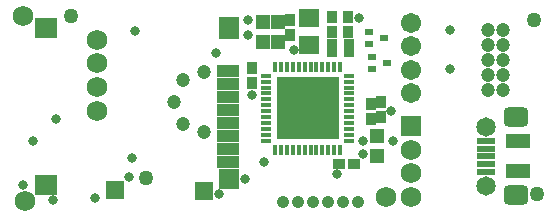
<source format=gts>
%FSLAX25Y25*%
%MOIN*%
G70*
G01*
G75*
G04 Layer_Color=8388736*
%ADD10R,0.02008X0.01575*%
%ADD11R,0.05315X0.01575*%
%ADD12R,0.07480X0.03937*%
%ADD13R,0.03937X0.04331*%
%ADD14R,0.05709X0.06299*%
%ADD15R,0.06693X0.05906*%
%ADD16R,0.05906X0.06693*%
%ADD17R,0.06614X0.03150*%
%ADD18R,0.05512X0.05079*%
%ADD19R,0.05118X0.05079*%
%ADD20R,0.03543X0.02756*%
%ADD21R,0.02756X0.03543*%
%ADD22R,0.05906X0.05118*%
%ADD23R,0.02953X0.05512*%
%ADD24O,0.00787X0.02756*%
%ADD25O,0.02756X0.00787*%
%ADD26R,0.20276X0.20276*%
%ADD27C,0.04000*%
%ADD28C,0.00800*%
%ADD29C,0.03347*%
%ADD30C,0.06000*%
%ADD31R,0.06000X0.06000*%
G04:AMPARAMS|DCode=32|XSize=59.06mil|YSize=74.8mil|CornerRadius=14.76mil|HoleSize=0mil|Usage=FLASHONLY|Rotation=270.000|XOffset=0mil|YOffset=0mil|HoleType=Round|Shape=RoundedRectangle|*
%AMROUNDEDRECTD32*
21,1,0.05906,0.04528,0,0,270.0*
21,1,0.02953,0.07480,0,0,270.0*
1,1,0.02953,-0.02264,-0.01476*
1,1,0.02953,-0.02264,0.01476*
1,1,0.02953,0.02264,0.01476*
1,1,0.02953,0.02264,-0.01476*
%
%ADD32ROUNDEDRECTD32*%
%ADD33C,0.05709*%
%ADD34C,0.05906*%
%ADD35C,0.03937*%
%ADD36C,0.02400*%
%ADD37C,0.04000*%
%ADD38C,0.06756*%
G04:AMPARAMS|DCode=39|XSize=87.559mil|YSize=87.559mil|CornerRadius=0mil|HoleSize=0mil|Usage=FLASHONLY|Rotation=0.000|XOffset=0mil|YOffset=0mil|HoleType=Round|Shape=Relief|Width=10mil|Gap=10mil|Entries=4|*
%AMTHD39*
7,0,0,0.08756,0.06756,0.01000,45*
%
%ADD39THD39*%
%ADD40C,0.07000*%
%ADD41C,0.07543*%
G04:AMPARAMS|DCode=42|XSize=95.433mil|YSize=95.433mil|CornerRadius=0mil|HoleSize=0mil|Usage=FLASHONLY|Rotation=0.000|XOffset=0mil|YOffset=0mil|HoleType=Round|Shape=Relief|Width=10mil|Gap=10mil|Entries=4|*
%AMTHD42*
7,0,0,0.09543,0.07543,0.01000,45*
%
%ADD42THD42*%
%ADD43O,0.09118X0.07150*%
%ADD44C,0.07347*%
%ADD45C,0.06559*%
%ADD46C,0.05969*%
G04:AMPARAMS|DCode=47|XSize=79.685mil|YSize=79.685mil|CornerRadius=0mil|HoleSize=0mil|Usage=FLASHONLY|Rotation=0.000|XOffset=0mil|YOffset=0mil|HoleType=Round|Shape=Relief|Width=10mil|Gap=10mil|Entries=4|*
%AMTHD47*
7,0,0,0.07969,0.05969,0.01000,45*
%
%ADD47THD47*%
G04:AMPARAMS|DCode=48|XSize=90mil|YSize=90mil|CornerRadius=0mil|HoleSize=0mil|Usage=FLASHONLY|Rotation=0.000|XOffset=0mil|YOffset=0mil|HoleType=Round|Shape=Relief|Width=10mil|Gap=10mil|Entries=4|*
%AMTHD48*
7,0,0,0.09000,0.07000,0.01000,45*
%
%ADD48THD48*%
%ADD49C,0.05200*%
G04:AMPARAMS|DCode=50|XSize=72mil|YSize=72mil|CornerRadius=0mil|HoleSize=0mil|Usage=FLASHONLY|Rotation=0.000|XOffset=0mil|YOffset=0mil|HoleType=Round|Shape=Relief|Width=10mil|Gap=10mil|Entries=4|*
%AMTHD50*
7,0,0,0.07200,0.05200,0.01000,45*
%
%ADD50THD50*%
%ADD51R,0.04331X0.03937*%
%ADD52R,0.03150X0.03150*%
%ADD53R,0.03543X0.08858*%
%ADD54R,0.03543X0.11024*%
%ADD55R,0.02559X0.00787*%
%ADD56R,0.00787X0.02559*%
G04:AMPARAMS|DCode=57|XSize=9.84mil|YSize=29.53mil|CornerRadius=2.46mil|HoleSize=0mil|Usage=FLASHONLY|Rotation=90.000|XOffset=0mil|YOffset=0mil|HoleType=Round|Shape=RoundedRectangle|*
%AMROUNDEDRECTD57*
21,1,0.00984,0.02461,0,0,90.0*
21,1,0.00492,0.02953,0,0,90.0*
1,1,0.00492,0.01230,0.00246*
1,1,0.00492,0.01230,-0.00246*
1,1,0.00492,-0.01230,-0.00246*
1,1,0.00492,-0.01230,0.00246*
%
%ADD57ROUNDEDRECTD57*%
G04:AMPARAMS|DCode=58|XSize=9.84mil|YSize=23.62mil|CornerRadius=2.46mil|HoleSize=0mil|Usage=FLASHONLY|Rotation=90.000|XOffset=0mil|YOffset=0mil|HoleType=Round|Shape=RoundedRectangle|*
%AMROUNDEDRECTD58*
21,1,0.00984,0.01870,0,0,90.0*
21,1,0.00492,0.02362,0,0,90.0*
1,1,0.00492,0.00935,0.00246*
1,1,0.00492,0.00935,-0.00246*
1,1,0.00492,-0.00935,-0.00246*
1,1,0.00492,-0.00935,0.00246*
%
%ADD58ROUNDEDRECTD58*%
%ADD59R,0.05000X0.04000*%
%ADD60R,0.02559X0.04331*%
%ADD61R,0.05512X0.08661*%
%ADD62R,0.05512X0.03543*%
%ADD63R,0.04000X0.05000*%
%ADD64R,0.05906X0.05512*%
%ADD65R,0.04331X0.02559*%
%ADD66C,0.02000*%
%ADD67C,0.01000*%
%ADD68C,0.01500*%
%ADD69C,0.00984*%
%ADD70C,0.00787*%
%ADD71C,0.00394*%
%ADD72R,0.06276X0.06276*%
%ADD73R,0.02808X0.02375*%
%ADD74R,0.06115X0.02375*%
%ADD75R,0.08280X0.04737*%
%ADD76R,0.04737X0.05131*%
%ADD77R,0.06509X0.07099*%
%ADD78R,0.07493X0.06706*%
%ADD79R,0.06706X0.07493*%
%ADD80R,0.07414X0.03950*%
%ADD81R,0.06312X0.05879*%
%ADD82R,0.05918X0.05879*%
%ADD83R,0.04343X0.03556*%
%ADD84R,0.03556X0.04343*%
%ADD85R,0.06706X0.05918*%
%ADD86R,0.03753X0.06312*%
%ADD87O,0.01587X0.03556*%
%ADD88O,0.03556X0.01587*%
%ADD89R,0.21076X0.21076*%
%ADD90C,0.05000*%
%ADD91C,0.04147*%
%ADD92C,0.06800*%
%ADD93R,0.06800X0.06800*%
G04:AMPARAMS|DCode=94|XSize=67.06mil|YSize=82.8mil|CornerRadius=18.76mil|HoleSize=0mil|Usage=FLASHONLY|Rotation=270.000|XOffset=0mil|YOffset=0mil|HoleType=Round|Shape=RoundedRectangle|*
%AMROUNDEDRECTD94*
21,1,0.06706,0.04528,0,0,270.0*
21,1,0.02953,0.08280,0,0,270.0*
1,1,0.03753,-0.02264,-0.01476*
1,1,0.03753,-0.02264,0.01476*
1,1,0.03753,0.02264,0.01476*
1,1,0.03753,0.02264,-0.01476*
%
%ADD94ROUNDEDRECTD94*%
%ADD95C,0.06509*%
%ADD96C,0.06706*%
%ADD97C,0.04737*%
%ADD98C,0.03200*%
D73*
X104359Y-7100D02*
D03*
X99241Y-9069D02*
D03*
Y-5131D02*
D03*
X100241Y-13632D02*
D03*
Y-17569D02*
D03*
X105359Y-15600D02*
D03*
D74*
X138182Y-51718D02*
D03*
Y-49159D02*
D03*
Y-46600D02*
D03*
Y-44041D02*
D03*
Y-41482D02*
D03*
D75*
X148812Y-51521D02*
D03*
Y-41679D02*
D03*
D76*
X68800Y-1753D02*
D03*
Y-8446D02*
D03*
X63800Y-8446D02*
D03*
Y-1753D02*
D03*
X101800Y-39753D02*
D03*
Y-46446D02*
D03*
D77*
X52694Y-54320D02*
D03*
D78*
X-8330Y-56289D02*
D03*
Y-3927D02*
D03*
D79*
X52694D02*
D03*
D80*
X52300Y-18100D02*
D03*
Y-22431D02*
D03*
Y-31092D02*
D03*
Y-26761D02*
D03*
Y-39753D02*
D03*
Y-35423D02*
D03*
Y-48415D02*
D03*
Y-44084D02*
D03*
D81*
X14505Y-57864D02*
D03*
D82*
X44426Y-58257D02*
D03*
D83*
X89241Y-49100D02*
D03*
X94359D02*
D03*
D84*
X60300Y-17041D02*
D03*
Y-22159D02*
D03*
X103300Y-33659D02*
D03*
Y-28541D02*
D03*
X99800Y-34159D02*
D03*
Y-29041D02*
D03*
X72800Y-6159D02*
D03*
Y-1041D02*
D03*
X92300Y-5159D02*
D03*
Y-41D02*
D03*
X86800Y-5159D02*
D03*
Y-41D02*
D03*
D85*
X79300Y-572D02*
D03*
Y-9628D02*
D03*
D86*
X86946Y-10600D02*
D03*
X92654D02*
D03*
D87*
X89627Y-16820D02*
D03*
X87658D02*
D03*
X85690D02*
D03*
X83721D02*
D03*
X81753D02*
D03*
X79784D02*
D03*
X77816D02*
D03*
X75847D02*
D03*
X73879D02*
D03*
X71910D02*
D03*
X69942D02*
D03*
X67973D02*
D03*
Y-44379D02*
D03*
X69942D02*
D03*
X71910D02*
D03*
X73879D02*
D03*
X75847D02*
D03*
X77816D02*
D03*
X79784D02*
D03*
X81753D02*
D03*
X83721D02*
D03*
X85690D02*
D03*
X87658D02*
D03*
X89627D02*
D03*
D88*
X65021Y-19773D02*
D03*
Y-21742D02*
D03*
Y-23710D02*
D03*
Y-25679D02*
D03*
Y-27647D02*
D03*
Y-29616D02*
D03*
Y-31584D02*
D03*
Y-33553D02*
D03*
Y-35521D02*
D03*
Y-37490D02*
D03*
Y-39458D02*
D03*
Y-41427D02*
D03*
X92580D02*
D03*
Y-39458D02*
D03*
Y-37490D02*
D03*
Y-35521D02*
D03*
Y-33553D02*
D03*
Y-31584D02*
D03*
Y-29616D02*
D03*
Y-27647D02*
D03*
Y-25679D02*
D03*
Y-23710D02*
D03*
Y-21742D02*
D03*
Y-19773D02*
D03*
D89*
X78800Y-30600D02*
D03*
D90*
X-200Y200D02*
D03*
X25100Y-53700D02*
D03*
X154300Y-1100D02*
D03*
X155300Y-59100D02*
D03*
D91*
X70700Y-62000D02*
D03*
X75700D02*
D03*
X80700D02*
D03*
X85700D02*
D03*
X90700D02*
D03*
X95700D02*
D03*
D92*
X105000Y-60300D02*
D03*
X-15300Y-61400D02*
D03*
X-15900Y300D02*
D03*
X113300Y-60222D02*
D03*
Y-52348D02*
D03*
Y-44474D02*
D03*
X8606Y-31350D02*
D03*
Y-23476D02*
D03*
Y-15602D02*
D03*
Y-7728D02*
D03*
D93*
X113300Y-36600D02*
D03*
D94*
X148418Y-59380D02*
D03*
Y-33427D02*
D03*
D95*
X138182Y-36757D02*
D03*
X138182Y-56442D02*
D03*
D96*
X113300Y-9974D02*
D03*
Y-2163D02*
D03*
Y-17726D02*
D03*
Y-25537D02*
D03*
D97*
X138800Y-24600D02*
D03*
Y-19600D02*
D03*
Y-14600D02*
D03*
Y-9600D02*
D03*
Y-4600D02*
D03*
X143800D02*
D03*
Y-9600D02*
D03*
Y-14600D02*
D03*
Y-19600D02*
D03*
Y-24600D02*
D03*
X37213Y-21277D02*
D03*
Y-35844D02*
D03*
X44300Y-18600D02*
D03*
X34300Y-28600D02*
D03*
X44300Y-38600D02*
D03*
D98*
X97300Y-45800D02*
D03*
X60300Y-26100D02*
D03*
X48300Y-12100D02*
D03*
X97400Y-41600D02*
D03*
X20300Y-47100D02*
D03*
X-12700Y-41600D02*
D03*
X-16200Y-56100D02*
D03*
X19300Y-53600D02*
D03*
X7800Y-60600D02*
D03*
X-6200Y-61100D02*
D03*
X-5200Y-34100D02*
D03*
X95800Y-600D02*
D03*
X88500Y-52387D02*
D03*
X58800Y-1100D02*
D03*
Y-6100D02*
D03*
X57800Y-54100D02*
D03*
X107300Y-41600D02*
D03*
X106600Y-31600D02*
D03*
X126300Y-4600D02*
D03*
Y-17600D02*
D03*
X64300Y-48600D02*
D03*
X74300Y-11100D02*
D03*
X49300Y-59300D02*
D03*
X21300Y-4900D02*
D03*
M02*

</source>
